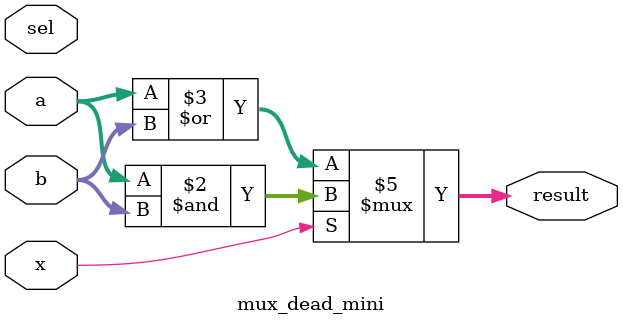
<source format=v>
module mux_dead_mini(
    input x,
    input sel,
    input [7:0] a,        // 8-bit input operand A
    input [7:0] b,        // 8-bit input operand B
    output reg [7:0] result  // Output result
);

// Inline the bitwise operations and combine the logic
always @(*) begin
    if (x) begin
        // And bitwise operation directly
        result = a & b;
    end else begin
        // Or bitwise operation directly
        result = a | b;
    end
end

endmodule
</source>
